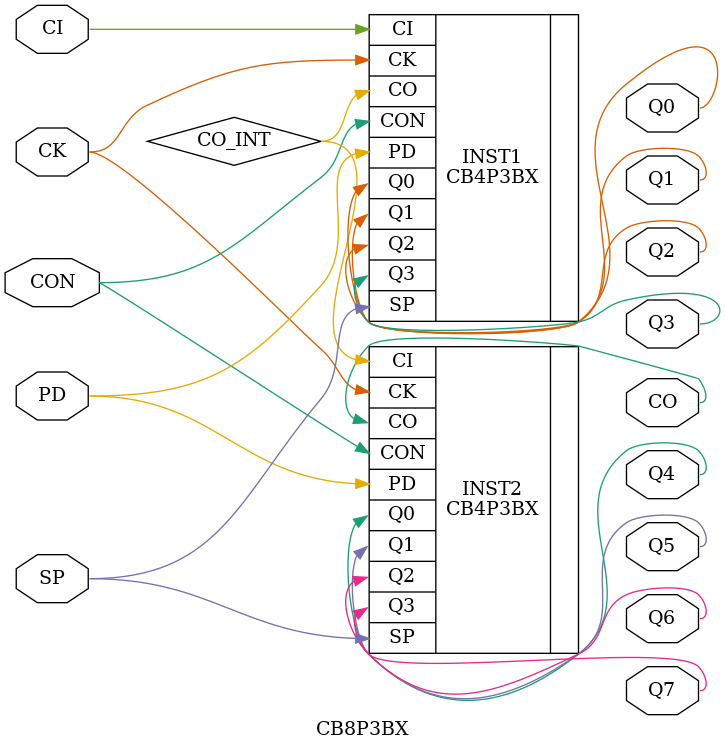
<source format=v>
`resetall
`timescale 1 ns / 100 ps

`celldefine

/* Created by DB2VERILOG Version 1.3.8.0 on Mon Sep 15 13:55:27 1997 */
/* module compiled from "lsl2db 4.4.5 (07/17/96)" run */

module CB8P3BX (CI, SP, CK, PD, CON, CO, Q0, Q1, Q2, 
       Q3, Q4, Q5, Q6, Q7);
parameter DISABLED_GSR = 0;
defparam INST1.DISABLED_GSR = DISABLED_GSR;
defparam INST2.DISABLED_GSR = DISABLED_GSR;
input  CI, SP, CK, PD, CON;
output CO, Q0, Q1, Q2, Q3, Q4, Q5, Q6, Q7;
CB4P3BX INST1 (.CI(CI), .SP(SP), .CK(CK), .PD(PD), .CON(
      CON), .CO(CO_INT), .Q0(Q0), .Q1(Q1), .Q2(Q2),
      .Q3(Q3));
CB4P3BX INST2 (.CI(CO_INT), .SP(SP), .CK(CK), .PD(PD),
      .CON(CON), .CO(CO), .Q0(Q4), .Q1(Q5), .Q2(Q6),
      .Q3(Q7));

endmodule

`endcelldefine

</source>
